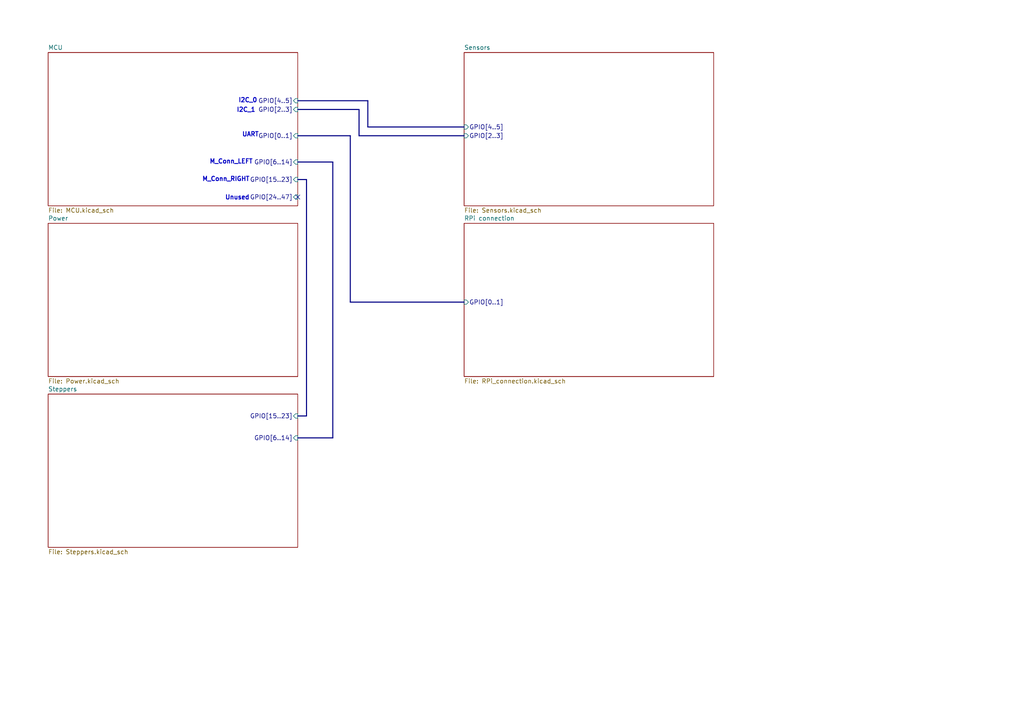
<source format=kicad_sch>
(kicad_sch
	(version 20250114)
	(generator "eeschema")
	(generator_version "9.0")
	(uuid "04529f1b-0008-4e47-aa6b-118856ec7930")
	(paper "A4")
	(lib_symbols)
	(text "Unused"
		(exclude_from_sim no)
		(at 68.834 57.404 0)
		(effects
			(font
				(size 1.27 1.27)
				(thickness 0.254)
				(bold yes)
			)
		)
		(uuid "0e376657-0517-461b-9b55-c3bff7e62b49")
	)
	(text "I2C_1"
		(exclude_from_sim no)
		(at 71.374 32.004 0)
		(effects
			(font
				(size 1.27 1.27)
				(thickness 0.254)
				(bold yes)
			)
		)
		(uuid "2e99cb33-8fc2-4551-aef4-0691c1f6f4dc")
	)
	(text "M_Conn_RIGHT"
		(exclude_from_sim no)
		(at 65.532 52.07 0)
		(effects
			(font
				(size 1.27 1.27)
				(thickness 0.254)
				(bold yes)
			)
		)
		(uuid "47ea7d91-da64-45ea-9cba-bef9af6499cf")
	)
	(text "I2C_0"
		(exclude_from_sim no)
		(at 71.882 29.21 0)
		(effects
			(font
				(size 1.27 1.27)
				(thickness 0.254)
				(bold yes)
			)
		)
		(uuid "4e41fda7-2f01-4853-9a45-e9304a3f073c")
	)
	(text "UART"
		(exclude_from_sim no)
		(at 72.644 39.116 0)
		(effects
			(font
				(size 1.27 1.27)
				(thickness 0.254)
				(bold yes)
			)
		)
		(uuid "abc58971-c86d-4aef-9d7b-dfc73ae424a4")
	)
	(text "M_Conn_LEFT"
		(exclude_from_sim no)
		(at 67.056 46.99 0)
		(effects
			(font
				(size 1.27 1.27)
				(thickness 0.254)
				(bold yes)
			)
		)
		(uuid "dbb1183d-0b4f-4ed9-aa69-40187f3fa50b")
	)
	(no_connect
		(at 86.36 57.15)
		(uuid "f0027d77-9f9f-4dad-a935-a48d01ca406a")
	)
	(bus
		(pts
			(xy 86.36 127) (xy 96.52 127)
		)
		(stroke
			(width 0)
			(type default)
		)
		(uuid "30c58ac0-b9fa-48a7-8144-e74e28fa7a25")
	)
	(bus
		(pts
			(xy 88.9 120.65) (xy 88.9 52.07)
		)
		(stroke
			(width 0)
			(type default)
		)
		(uuid "33b691a6-4675-4752-9551-d7951f446f51")
	)
	(bus
		(pts
			(xy 96.52 127) (xy 96.52 46.99)
		)
		(stroke
			(width 0)
			(type default)
		)
		(uuid "6368920d-43bf-4370-b216-718f189a26c1")
	)
	(bus
		(pts
			(xy 106.68 36.83) (xy 106.68 29.21)
		)
		(stroke
			(width 0)
			(type default)
		)
		(uuid "79e39313-b665-4567-85c4-c2a19fad69e0")
	)
	(bus
		(pts
			(xy 101.6 87.63) (xy 134.62 87.63)
		)
		(stroke
			(width 0)
			(type default)
		)
		(uuid "88db84b4-48c0-4b7b-b898-02d6408d56c2")
	)
	(bus
		(pts
			(xy 96.52 46.99) (xy 86.36 46.99)
		)
		(stroke
			(width 0)
			(type default)
		)
		(uuid "8933f519-b207-4510-ae33-3e079de86b9c")
	)
	(bus
		(pts
			(xy 104.14 31.75) (xy 104.14 39.37)
		)
		(stroke
			(width 0)
			(type default)
		)
		(uuid "91b89ed1-6209-4228-95fe-6ce9fdb7b043")
	)
	(bus
		(pts
			(xy 106.68 29.21) (xy 86.36 29.21)
		)
		(stroke
			(width 0)
			(type default)
		)
		(uuid "9b2ebdbb-f04d-4c31-a2df-7696b7befe0d")
	)
	(bus
		(pts
			(xy 101.6 39.37) (xy 101.6 87.63)
		)
		(stroke
			(width 0)
			(type default)
		)
		(uuid "a7a75139-8b42-4d26-9411-650186403aed")
	)
	(bus
		(pts
			(xy 86.36 120.65) (xy 88.9 120.65)
		)
		(stroke
			(width 0)
			(type default)
		)
		(uuid "a98737e4-577f-47fd-a4f1-f450b08e66e6")
	)
	(bus
		(pts
			(xy 134.62 36.83) (xy 106.68 36.83)
		)
		(stroke
			(width 0)
			(type default)
		)
		(uuid "b8d4a44c-d6c0-45f6-8c16-7fbb404a74b7")
	)
	(bus
		(pts
			(xy 86.36 39.37) (xy 101.6 39.37)
		)
		(stroke
			(width 0)
			(type default)
		)
		(uuid "bc13c43d-9062-430e-94e3-11ee83e6bff4")
	)
	(bus
		(pts
			(xy 86.36 31.75) (xy 104.14 31.75)
		)
		(stroke
			(width 0)
			(type default)
		)
		(uuid "e38a053a-a5df-4e4e-bcaf-3d7eebfc2f04")
	)
	(bus
		(pts
			(xy 104.14 39.37) (xy 134.62 39.37)
		)
		(stroke
			(width 0)
			(type default)
		)
		(uuid "f7d03561-206f-4bc0-b493-8688e0863ebd")
	)
	(bus
		(pts
			(xy 88.9 52.07) (xy 86.36 52.07)
		)
		(stroke
			(width 0)
			(type default)
		)
		(uuid "f986bf82-5b4c-4bba-a938-afe59cbde9f0")
	)
	(sheet
		(at 13.97 64.77)
		(size 72.39 44.45)
		(exclude_from_sim no)
		(in_bom yes)
		(on_board yes)
		(dnp no)
		(fields_autoplaced yes)
		(stroke
			(width 0.1524)
			(type solid)
		)
		(fill
			(color 0 0 0 0.0000)
		)
		(uuid "2fb1611b-ab8d-48aa-a2ad-56e9e73e21d2")
		(property "Sheetname" "Power"
			(at 13.97 64.0584 0)
			(effects
				(font
					(size 1.27 1.27)
				)
				(justify left bottom)
			)
		)
		(property "Sheetfile" "Power.kicad_sch"
			(at 13.97 109.8046 0)
			(effects
				(font
					(size 1.27 1.27)
				)
				(justify left top)
			)
		)
		(instances
			(project "Cerbrum_Aeris"
				(path "/04529f1b-0008-4e47-aa6b-118856ec7930"
					(page "3")
				)
			)
		)
	)
	(sheet
		(at 134.62 15.24)
		(size 72.39 44.45)
		(exclude_from_sim no)
		(in_bom yes)
		(on_board yes)
		(dnp no)
		(fields_autoplaced yes)
		(stroke
			(width 0.1524)
			(type solid)
		)
		(fill
			(color 0 0 0 0.0000)
		)
		(uuid "5a0f0455-b6cc-4aae-a344-4152e5ecd280")
		(property "Sheetname" "Sensors"
			(at 134.62 14.5284 0)
			(effects
				(font
					(size 1.27 1.27)
				)
				(justify left bottom)
			)
		)
		(property "Sheetfile" "Sensors.kicad_sch"
			(at 134.62 60.2746 0)
			(effects
				(font
					(size 1.27 1.27)
				)
				(justify left top)
			)
		)
		(pin "GPIO[4..5]" input
			(at 134.62 36.83 180)
			(uuid "40244585-bf5c-483f-877f-05f7add4ec4c")
			(effects
				(font
					(size 1.27 1.27)
				)
				(justify left)
			)
		)
		(pin "GPIO[2..3]" input
			(at 134.62 39.37 180)
			(uuid "a6625959-05c0-4b8c-bec0-c2d3403a9a56")
			(effects
				(font
					(size 1.27 1.27)
				)
				(justify left)
			)
		)
		(instances
			(project "Cerbrum_Aeris"
				(path "/04529f1b-0008-4e47-aa6b-118856ec7930"
					(page "5")
				)
			)
		)
	)
	(sheet
		(at 13.97 15.24)
		(size 72.39 44.45)
		(exclude_from_sim no)
		(in_bom yes)
		(on_board yes)
		(dnp no)
		(fields_autoplaced yes)
		(stroke
			(width 0.1524)
			(type solid)
		)
		(fill
			(color 0 0 0 0.0000)
		)
		(uuid "8f570ebf-fd91-423f-9c3f-df6392a84418")
		(property "Sheetname" "MCU"
			(at 13.97 14.5284 0)
			(effects
				(font
					(size 1.27 1.27)
				)
				(justify left bottom)
			)
		)
		(property "Sheetfile" "MCU.kicad_sch"
			(at 13.97 60.2746 0)
			(effects
				(font
					(size 1.27 1.27)
				)
				(justify left top)
			)
		)
		(pin "GPIO[4..5]" input
			(at 86.36 29.21 0)
			(uuid "03c332e8-3dcd-484f-8924-74f35df8c750")
			(effects
				(font
					(size 1.27 1.27)
				)
				(justify right)
			)
		)
		(pin "GPIO[6..14]" input
			(at 86.36 46.99 0)
			(uuid "54874859-c3fe-4ac6-9e5d-874cedf1cbe8")
			(effects
				(font
					(size 1.27 1.27)
				)
				(justify right)
			)
		)
		(pin "GPIO[15..23]" input
			(at 86.36 52.07 0)
			(uuid "9c5d69f3-4a68-4be8-b0bc-049929c436d7")
			(effects
				(font
					(size 1.27 1.27)
				)
				(justify right)
			)
		)
		(pin "GPIO[24..47]" input
			(at 86.36 57.15 0)
			(uuid "e9fbab01-0d98-4994-9533-e5758a483a8d")
			(effects
				(font
					(size 1.27 1.27)
				)
				(justify right)
			)
		)
		(pin "GPIO[0..1]" input
			(at 86.36 39.37 0)
			(uuid "c9959db3-4988-4e8e-a378-833cc7926962")
			(effects
				(font
					(size 1.27 1.27)
				)
				(justify right)
			)
		)
		(pin "GPIO[2..3]" input
			(at 86.36 31.75 0)
			(uuid "41e13bd2-2f99-4086-8367-5f50ddd89f6f")
			(effects
				(font
					(size 1.27 1.27)
				)
				(justify right)
			)
		)
		(instances
			(project "Cerbrum_Aeris"
				(path "/04529f1b-0008-4e47-aa6b-118856ec7930"
					(page "2")
				)
			)
		)
	)
	(sheet
		(at 13.97 114.3)
		(size 72.39 44.45)
		(exclude_from_sim no)
		(in_bom yes)
		(on_board yes)
		(dnp no)
		(fields_autoplaced yes)
		(stroke
			(width 0.1524)
			(type solid)
		)
		(fill
			(color 0 0 0 0.0000)
		)
		(uuid "ea57873c-c587-45ad-b214-4c2f93292745")
		(property "Sheetname" "Steppers"
			(at 13.97 113.5884 0)
			(effects
				(font
					(size 1.27 1.27)
				)
				(justify left bottom)
			)
		)
		(property "Sheetfile" "Steppers.kicad_sch"
			(at 13.97 159.3346 0)
			(effects
				(font
					(size 1.27 1.27)
				)
				(justify left top)
			)
		)
		(pin "GPIO[6..14]" input
			(at 86.36 127 0)
			(uuid "646adca6-5031-4028-a3b1-00c77ea2c6d1")
			(effects
				(font
					(size 1.27 1.27)
				)
				(justify right)
			)
		)
		(pin "GPIO[15..23]" input
			(at 86.36 120.65 0)
			(uuid "33e724f1-af23-4a01-8985-e3d6a620d655")
			(effects
				(font
					(size 1.27 1.27)
				)
				(justify right)
			)
		)
		(instances
			(project "Cerbrum_Aeris"
				(path "/04529f1b-0008-4e47-aa6b-118856ec7930"
					(page "4")
				)
			)
		)
	)
	(sheet
		(at 134.62 64.77)
		(size 72.39 44.45)
		(exclude_from_sim no)
		(in_bom yes)
		(on_board yes)
		(dnp no)
		(fields_autoplaced yes)
		(stroke
			(width 0.1524)
			(type solid)
		)
		(fill
			(color 0 0 0 0.0000)
		)
		(uuid "fbd7be89-bcac-4b20-b0e4-a9c8786dcd7c")
		(property "Sheetname" "RPi connection"
			(at 134.62 64.0584 0)
			(effects
				(font
					(size 1.27 1.27)
				)
				(justify left bottom)
			)
		)
		(property "Sheetfile" "RPi_connection.kicad_sch"
			(at 134.62 109.8046 0)
			(effects
				(font
					(size 1.27 1.27)
				)
				(justify left top)
			)
		)
		(pin "GPIO[0..1]" input
			(at 134.62 87.63 180)
			(uuid "32841379-679c-45a7-bf0f-19fe9e2cfe06")
			(effects
				(font
					(size 1.27 1.27)
				)
				(justify left)
			)
		)
		(instances
			(project "Cerbrum_Aeris"
				(path "/04529f1b-0008-4e47-aa6b-118856ec7930"
					(page "6")
				)
			)
		)
	)
	(sheet_instances
		(path "/"
			(page "1")
		)
	)
	(embedded_fonts no)
)

</source>
